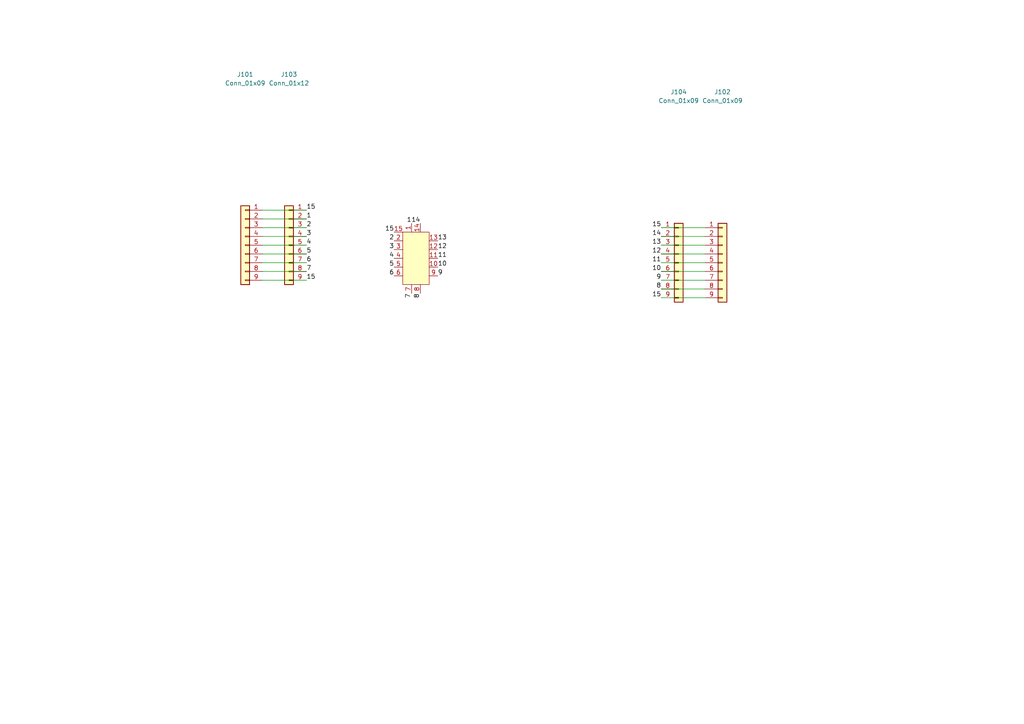
<source format=kicad_sch>
(kicad_sch (version 20250114) (generator "eeschema") (generator_version "9.0")
  (paper "A4")
  (lib_symbols
    (symbol "Connector_Generic:Conn_01x09" (pin_names (offset 1.016) (hide yes))
      (property "Reference" "J" (at 0 12.7 0))
      (property "Value" "Conn_01x09" (at 0 -12.7 0))
      (symbol "Conn_01x09_1_1"
        (rectangle (start -1.27 11.43) (end 1.27 -11.43) (stroke (width 0.254)) (fill (type background)))
        (rectangle (start -1.27 10.287) (end 0 10.033) (stroke (width 0.1524)))
        (rectangle (start -1.27 7.747) (end 0 7.493) (stroke (width 0.1524)))
        (rectangle (start -1.27 5.207) (end 0 4.953) (stroke (width 0.1524)))
        (rectangle (start -1.27 2.667) (end 0 2.413) (stroke (width 0.1524)))
        (rectangle (start -1.27 0.127) (end 0 -0.127) (stroke (width 0.1524)))
        (rectangle (start -1.27 -2.413) (end 0 -2.667) (stroke (width 0.1524)))
        (rectangle (start -1.27 -4.953) (end 0 -5.207) (stroke (width 0.1524)))
        (rectangle (start -1.27 -7.493) (end 0 -7.747) (stroke (width 0.1524)))
        (rectangle (start -1.27 -10.033) (end 0 -10.287) (stroke (width 0.1524)))
        (pin passive line (at -5.08 10.16 0) (length 3.81) (name "Pin_1") (number "1"))
        (pin passive line (at -5.08 7.62 0) (length 3.81) (name "Pin_2") (number "2"))
        (pin passive line (at -5.08 5.08 0) (length 3.81) (name "Pin_3") (number "3"))
        (pin passive line (at -5.08 2.54 0) (length 3.81) (name "Pin_4") (number "4"))
        (pin passive line (at -5.08 0 0) (length 3.81) (name "Pin_5") (number "5"))
        (pin passive line (at -5.08 -2.54 0) (length 3.81) (name "Pin_6") (number "6"))
        (pin passive line (at -5.08 -5.08 0) (length 3.81) (name "Pin_7") (number "7"))
        (pin passive line (at -5.08 -7.62 0) (length 3.81) (name "Pin_8") (number "8"))
        (pin passive line (at -5.08 -10.16 0) (length 3.81) (name "Pin_9") (number "9"))
      )
    )
    (symbol "Interface_Ethernet:VSC8541XMV-0x"
      (symbol "VSC8541XMV-0x_0_0"
        (pin unspecified line (at -24.13 20.32 0) (length 2.54) (name "") (number "15"))
        (pin unspecified line (at -24.13 17.78 0) (length 2.54) (name "") (number "2"))
        (pin unspecified line (at -24.13 15.24 0) (length 2.54) (name "") (number "3"))
        (pin unspecified line (at -24.13 12.7 0) (length 2.54) (name "") (number "4"))
        (pin unspecified line (at -24.13 10.16 0) (length 2.54) (name "") (number "5"))
        (pin unspecified line (at -24.13 7.62 0) (length 2.54) (name "") (number "6"))
        (pin unspecified line (at -19.05 22.86 270) (length 2.54) (name "") (number "1"))
        (pin unspecified line (at -19.05 2.54 90) (length 2.54) (name "") (number "7"))
        (pin unspecified line (at -16.51 22.86 270) (length 2.54) (name "") (number "14"))
        (pin unspecified line (at -16.51 2.54 90) (length 2.54) (name "") (number "8"))
        (pin unspecified line (at -11.43 17.78 180) (length 2.54) (name "") (number "13"))
        (pin unspecified line (at -11.43 15.24 180) (length 2.54) (name "") (number "12"))
        (pin unspecified line (at -11.43 12.7 180) (length 2.54) (name "") (number "11"))
        (pin unspecified line (at -11.43 10.16 180) (length 2.54) (name "") (number "10"))
        (pin unspecified line (at -11.43 7.62 180) (length 2.54) (name "") (number "9"))
      )
      (symbol "VSC8541XMV-0x_1_1"
        (rectangle (start -21.59 20.32) (end -13.97 5.08) (fill (type background)))
      )
    )
  )
  (wire (pts (xy 204.47 66.04) (xy 191.77 66.04)))
  (wire (pts (xy 76.2 60.96) (xy 88.9 60.96)))
  (wire (pts (xy 76.2 71.12) (xy 88.9 71.12)))
  (wire (pts (xy 204.47 81.28) (xy 191.77 81.28)))
  (wire (pts (xy 76.2 63.5) (xy 88.9 63.5)))
  (wire (pts (xy 76.2 66.04) (xy 88.9 66.04)))
  (wire (pts (xy 204.47 78.74) (xy 191.77 78.74)))
  (wire (pts (xy 204.47 76.2) (xy 191.77 76.2)))
  (wire (pts (xy 204.47 73.66) (xy 191.77 73.66)))
  (wire (pts (xy 76.2 81.28) (xy 88.9 81.28)))
  (wire (pts (xy 76.2 68.58) (xy 88.9 68.58)))
  (wire (pts (xy 204.47 71.12) (xy 191.77 71.12)))
  (wire (pts (xy 76.2 78.74) (xy 88.9 78.74)))
  (wire (pts (xy 204.47 83.82) (xy 191.77 83.82)))
  (wire (pts (xy 204.47 86.36) (xy 191.77 86.36)))
  (wire (pts (xy 76.2 76.2) (xy 88.9 76.2)))
  (wire (pts (xy 204.47 68.58) (xy 191.77 68.58)))
  (wire (pts (xy 76.2 73.66) (xy 88.9 73.66)))
  (label "12" (at 191.77 73.66 180))
  (label "15" (at 191.77 86.36 180))
  (label "15" (at 88.9 60.96 0))
  (label "10" (at 191.77 78.74 180))
  (label "14" (at 191.77 68.58 180))
  (label "3" (at 88.9 68.58 0))
  (label "8" (at 191.77 83.82 180))
  (label "4" (at 88.9 71.12 0))
  (label "7" (at 88.9 78.74 0))
  (label "15" (at 191.77 66.04 180))
  (label "2" (at 88.9 66.04 0))
  (label "15" (at 88.9 81.28 0))
  (label "1" (at 88.9 63.5 0))
  (label "3" (at 114.3 72.39 180))
  (label "1" (at 119.38 64.77 180))
  (label "2" (at 114.3 69.85 180))
  (label "4" (at 114.3 74.93 180))
  (label "5" (at 114.3 77.47 180))
  (label "6" (at 114.3 80.01 180))
  (label "7" (at 119.38 85.09 270))
  (label "8" (at 121.92 85.09 270))
  (label "10" (at 127 77.47 0))
  (label "11" (at 127 74.93 0))
  (label "12" (at 127 72.39 0))
  (label "9" (at 127 80.01 0))
  (label "13" (at 127 69.85 0))
  (label "14" (at 121.92 64.77 180))
  (label "15" (at 114.3 67.31 180))
  (label "11" (at 191.77 76.2 180))
  (label "5" (at 88.9 73.66 0))
  (label "9" (at 191.77 81.28 180))
  (label "6" (at 88.9 76.2 0))
  (label "13" (at 191.77 71.12 180))
  (symbol (lib_id "Interface_Ethernet:VSC8541XMV-0x") (at 138.43 87.63 0) (unit 1)
    (property "Reference" "U101" (effects (hide yes)))
    (property "Value" "DHVQFN-14" (effects (hide yes)))
    (property "Footprint" "Package_DFN_QFN:DHVQFN-14-1EP_2.5x3mm_P0.5mm_EP1x1.5mm" (effects (hide yes)))
  )
  (symbol (lib_id "Connector_Generic:Conn_01x09") (at 71.12 71.12 0) (mirror y) (unit 1)
    (property "Reference" "J101" (at 71.12 21.59 0))
    (property "Value" "Conn_01x09" (at 71.12 24.13 0))
    (property "Footprint" "Connector_PinHeader_2.54mm:PinHeader_1x09_P2.54mm_Vertical_SMD_Pin1Left" (effects (hide yes)))
    (property "Description" "Generic connector, single row, 01x09, script generated (kicad-library-utils/schlib/autogen/connector/)" (effects (hide yes)))
  )
  (symbol (lib_id "Connector_Generic:Conn_01x09") (at 83.82 71.12 0) (mirror y) (unit 1)
    (property "Reference" "J103" (at 83.82 21.59 0))
    (property "Value" "Conn_01x12" (at 83.82 24.13 0))
    (property "Footprint" "Connector_PinHeader_2.54mm:PinHeader_1x09_P2.54mm_Vertical" (effects (hide yes)))
    (property "Description" "Generic connector, single row, 01x09, script generated (kicad-library-utils/schlib/autogen/connector/)" (effects (hide yes)))
  )
  (symbol (lib_id "Connector_Generic:Conn_01x09") (at 209.55 76.2 0) (unit 1)
    (property "Reference" "J102" (at 209.55 26.67 0))
    (property "Value" "Conn_01x09" (at 209.55 29.21 0))
    (property "Footprint" "Connector_PinHeader_2.54mm:PinHeader_1x09_P2.54mm_Vertical" (effects (hide yes)))
    (property "Description" "Generic connector, single row, 01x09, script generated (kicad-library-utils/schlib/autogen/connector/)" (effects (hide yes)))
  )
  (symbol (lib_id "Connector_Generic:Conn_01x09") (at 196.85 76.2 0) (unit 1)
    (property "Reference" "J104" (at 196.85 26.67 0))
    (property "Value" "Conn_01x09" (at 196.85 29.21 0))
    (property "Footprint" "Connector_PinHeader_2.54mm:PinHeader_1x09_P2.54mm_Vertical_SMD_Pin1Right" (effects (hide yes)))
    (property "Description" "Generic connector, single row, 01x09, script generated (kicad-library-utils/schlib/autogen/connector/)" (effects (hide yes)))
  )
)
</source>
